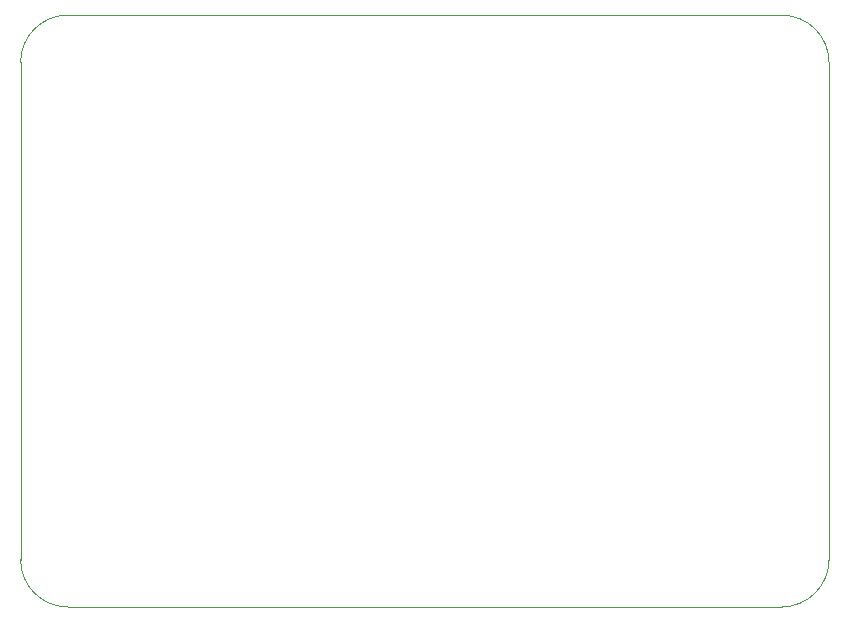
<source format=gbr>
G04 #@! TF.GenerationSoftware,KiCad,Pcbnew,(5.1.5)-3*
G04 #@! TF.CreationDate,2020-06-13T00:38:24-05:00*
G04 #@! TF.ProjectId,SimpleBuildSounds_28PinSound,53696d70-6c65-4427-9569-6c64536f756e,rev?*
G04 #@! TF.SameCoordinates,Original*
G04 #@! TF.FileFunction,Profile,NP*
%FSLAX46Y46*%
G04 Gerber Fmt 4.6, Leading zero omitted, Abs format (unit mm)*
G04 Created by KiCad (PCBNEW (5.1.5)-3) date 2020-06-13 00:38:24*
%MOMM*%
%LPD*%
G04 APERTURE LIST*
%ADD10C,0.050000*%
G04 APERTURE END LIST*
D10*
X137477500Y-95123000D02*
G75*
G02X133477000Y-91122500I0J4000500D01*
G01*
X133477000Y-49022000D02*
G75*
G02X137477500Y-45021500I4000500J0D01*
G01*
X197929500Y-45021500D02*
G75*
G02X201930000Y-49022000I0J-4000500D01*
G01*
X201930000Y-91122500D02*
G75*
G02X197929500Y-95123000I-4000500J0D01*
G01*
X133477000Y-49022000D02*
X133477000Y-91122500D01*
X197929500Y-45021500D02*
X137477500Y-45021500D01*
X201930000Y-91122500D02*
X201930000Y-49022000D01*
X137477500Y-95123000D02*
X197929500Y-95123000D01*
M02*

</source>
